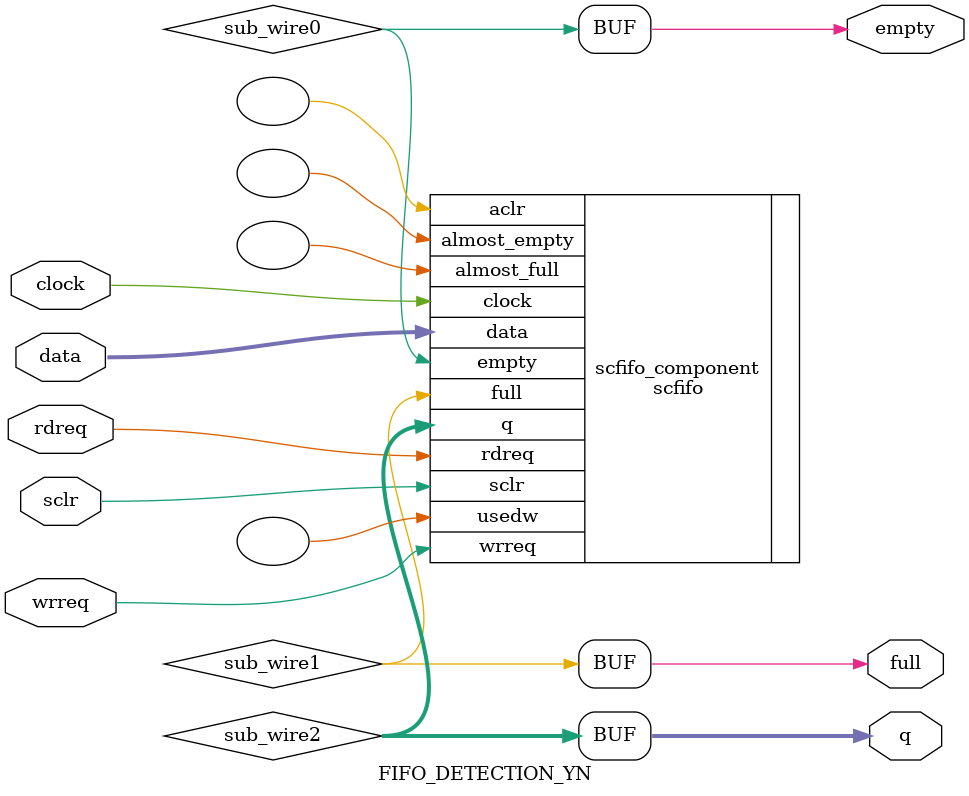
<source format=v>
module FIFO_DETECTION_YN (
	clock,
	data,
	rdreq,
	sclr,
	wrreq,
	empty,
	full,
	q);
	input	  clock;
	input	[109:0]  data;
	input	  rdreq;
	input	  sclr;
	input	  wrreq;
	output	  empty;
	output	  full;
	output	[109:0]  q;
	wire  sub_wire0;
	wire  sub_wire1;
	wire [109:0] sub_wire2;
	wire  empty = sub_wire0;
	wire  full = sub_wire1;
	wire [109:0] q = sub_wire2[109:0];
	scfifo	scfifo_component (
				.clock (clock),
				.data (data),
				.rdreq (rdreq),
				.sclr (sclr),
				.wrreq (wrreq),
				.empty (sub_wire0),
				.full (sub_wire1),
				.q (sub_wire2),
				.aclr (),
				.almost_empty (),
				.almost_full (),
				.usedw ());
	defparam
		scfifo_component.add_ram_output_register = "ON",
		scfifo_component.intended_device_family = "Cyclone II",
		scfifo_component.lpm_numwords = 8,
		scfifo_component.lpm_showahead = "OFF",
		scfifo_component.lpm_type = "scfifo",
		scfifo_component.lpm_width = 110,
		scfifo_component.lpm_widthu = 3,
		scfifo_component.overflow_checking = "ON",
		scfifo_component.underflow_checking = "ON",
		scfifo_component.use_eab = "ON";
endmodule
</source>
